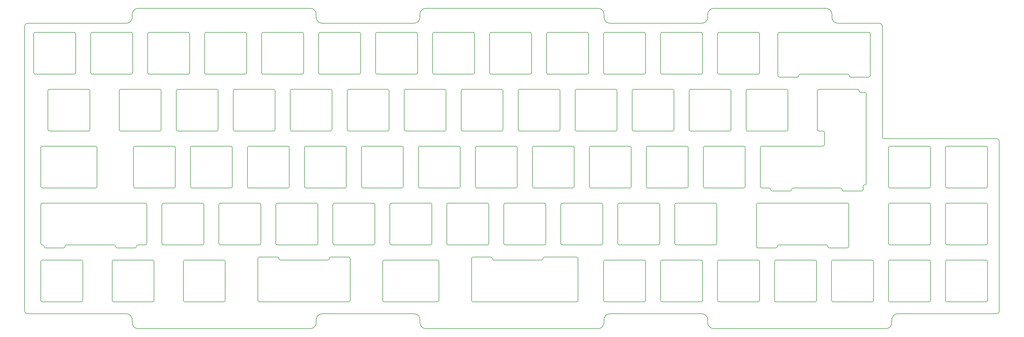
<source format=gbr>
%TF.GenerationSoftware,KiCad,Pcbnew,(6.0.1)*%
%TF.CreationDate,2022-02-11T14:33:09-05:00*%
%TF.ProjectId,GanJing 70 plate,47616e4a-696e-4672-9037-3020706c6174,rev?*%
%TF.SameCoordinates,Original*%
%TF.FileFunction,Profile,NP*%
%FSLAX46Y46*%
G04 Gerber Fmt 4.6, Leading zero omitted, Abs format (unit mm)*
G04 Created by KiCad (PCBNEW (6.0.1)) date 2022-02-11 14:33:09*
%MOMM*%
%LPD*%
G01*
G04 APERTURE LIST*
%TA.AperFunction,Profile*%
%ADD10C,0.200000*%
%TD*%
G04 APERTURE END LIST*
D10*
X149400001Y-109925001D02*
X180100001Y-109925001D01*
X234418751Y-203150001D02*
G75*
G03*
X234918751Y-202650001I-1J500001D01*
G01*
X294568251Y-170600001D02*
X294568251Y-184600001D01*
X55856251Y-170100001D02*
G75*
G03*
X55356251Y-170600001I1J-500001D01*
G01*
X319800001Y-106925001D02*
G75*
G03*
X317800001Y-104925001I-1999999J1D01*
G01*
X325588001Y-127450001D02*
G75*
G03*
X326088001Y-127950001I500001J1D01*
G01*
X323706751Y-166050001D02*
X329706751Y-166050001D01*
X224425001Y-126450001D02*
G75*
G03*
X224925001Y-126950001I500001J1D01*
G01*
X302068301Y-184100001D02*
G75*
G03*
X301568301Y-184600001I1J-500001D01*
G01*
X333175001Y-203150001D02*
G75*
G03*
X333675001Y-202650001I-1J500001D01*
G01*
X199818251Y-203150001D02*
X234418751Y-203150001D01*
X339225001Y-203150001D02*
X352225001Y-203150001D01*
X296362501Y-165050001D02*
X298830751Y-165050001D01*
X280300001Y-104925001D02*
X317800001Y-104925001D01*
X101100001Y-132000001D02*
G75*
G03*
X100600001Y-132500001I1J-500001D01*
G01*
X220162501Y-165050001D02*
X233162501Y-165050001D01*
X305100001Y-132500001D02*
G75*
G03*
X304600001Y-132000001I-500001J-1D01*
G01*
X205087501Y-183600001D02*
X205087501Y-170600001D01*
X272050001Y-145500001D02*
G75*
G03*
X272550001Y-146000001I500001J1D01*
G01*
X120150001Y-132000001D02*
G75*
G03*
X119650001Y-132500001I1J-500001D01*
G01*
X323206751Y-165550001D02*
G75*
G03*
X322706751Y-165050001I-500001J-1D01*
G01*
X55856251Y-189150001D02*
G75*
G03*
X55356251Y-189650001I1J-500001D01*
G01*
X301712001Y-113450001D02*
X301712001Y-127450001D01*
X73618751Y-165050001D02*
G75*
G03*
X74118751Y-164550001I-1J500001D01*
G01*
X133937501Y-183600001D02*
G75*
G03*
X134437501Y-184100001I500001J1D01*
G01*
X219662501Y-151550001D02*
X219662501Y-164550001D01*
X253000001Y-145500001D02*
G75*
G03*
X253500001Y-146000001I500001J1D01*
G01*
X95837501Y-170600001D02*
X95837501Y-183600001D01*
X371775001Y-183600001D02*
X371775001Y-170600001D01*
X148725001Y-112950001D02*
G75*
G03*
X148225001Y-113450001I1J-500001D01*
G01*
X233162501Y-151050001D02*
X220162501Y-151050001D01*
X228900001Y-132500001D02*
G75*
G03*
X228400001Y-132000001I-500001J-1D01*
G01*
X104575001Y-126950001D02*
G75*
G03*
X105075001Y-126450001I-1J500001D01*
G01*
X49950001Y-206125001D02*
G75*
G03*
X50950001Y-207125001I999999J-1D01*
G01*
X301125001Y-203150001D02*
X314125001Y-203150001D01*
X169656251Y-202650001D02*
G75*
G03*
X170156251Y-203150001I500001J1D01*
G01*
X110125001Y-113450001D02*
X110125001Y-126450001D01*
X276525001Y-189650001D02*
G75*
G03*
X276025001Y-189150001I-500001J-1D01*
G01*
X166487501Y-170100001D02*
X153487501Y-170100001D01*
X101100001Y-146000001D02*
X114100001Y-146000001D01*
X87900001Y-104925001D02*
G75*
G03*
X85900001Y-106925001I-1J-1999999D01*
G01*
X281575001Y-189650001D02*
X281575001Y-202650001D01*
X172537501Y-184100001D02*
X185537501Y-184100001D01*
X85900001Y-209125001D02*
X85900001Y-210125001D01*
X263025001Y-189150001D02*
G75*
G03*
X262525001Y-189650001I1J-500001D01*
G01*
X262237501Y-183600001D02*
X262237501Y-170600001D01*
X95550001Y-145500001D02*
X95550001Y-132500001D01*
X119650001Y-132500001D02*
X119650001Y-145500001D01*
X69356251Y-202650001D02*
X69356251Y-189650001D01*
X162225001Y-126450001D02*
X162225001Y-113450001D01*
X93168751Y-189650001D02*
G75*
G03*
X92668751Y-189150001I-500001J-1D01*
G01*
X223637501Y-184100001D02*
G75*
G03*
X224137501Y-183600001I-1J500001D01*
G01*
X116981251Y-189650001D02*
G75*
G03*
X116481251Y-189150001I-500001J-1D01*
G01*
X253000001Y-132500001D02*
X253000001Y-145500001D01*
X87900001Y-104925001D02*
X145400001Y-104925001D01*
X128380751Y-203150001D02*
X158256751Y-203150001D01*
X124912501Y-165050001D02*
X137912501Y-165050001D01*
X156962501Y-165050001D02*
G75*
G03*
X157462501Y-164550001I-1J500001D01*
G01*
X166487501Y-184100001D02*
G75*
G03*
X166987501Y-183600001I-1J500001D01*
G01*
X148225001Y-126450001D02*
G75*
G03*
X148725001Y-126950001I500001J1D01*
G01*
X290312501Y-165050001D02*
G75*
G03*
X290812501Y-164550001I-1J500001D01*
G01*
X248737501Y-170100001D02*
G75*
G03*
X248237501Y-170600001I1J-500001D01*
G01*
X186825001Y-112950001D02*
G75*
G03*
X186325001Y-113450001I1J-500001D01*
G01*
X306830751Y-165050001D02*
G75*
G03*
X306330751Y-165550001I1J-500001D01*
G01*
X137912501Y-151050001D02*
X124912501Y-151050001D01*
X114100001Y-146000001D02*
G75*
G03*
X114600001Y-145500001I-1J500001D01*
G01*
X134918751Y-188650001D02*
G75*
G03*
X134418751Y-188150001I-500001J-1D01*
G01*
X210637501Y-184100001D02*
X223637501Y-184100001D01*
X152200001Y-132000001D02*
X139200001Y-132000001D01*
X332088001Y-112950001D02*
X302212001Y-112950001D01*
X285550001Y-132000001D02*
X272550001Y-132000001D01*
X195062501Y-165050001D02*
G75*
G03*
X195562501Y-164550001I-1J500001D01*
G01*
X129675001Y-126950001D02*
X142675001Y-126950001D01*
X238425001Y-113450001D02*
G75*
G03*
X237925001Y-112950001I-500001J-1D01*
G01*
X252212501Y-151050001D02*
X239212501Y-151050001D01*
X109837501Y-183600001D02*
X109837501Y-170600001D01*
X71737501Y-132500001D02*
G75*
G03*
X71237501Y-132000001I-500001J-1D01*
G01*
X218875001Y-126950001D02*
G75*
G03*
X219375001Y-126450001I-1J500001D01*
G01*
X143175001Y-113450001D02*
G75*
G03*
X142675001Y-112950001I-500001J-1D01*
G01*
X55356251Y-202650001D02*
G75*
G03*
X55856251Y-203150001I500001J1D01*
G01*
X338725001Y-151550001D02*
X338725001Y-164550001D01*
X138412501Y-164550001D02*
X138412501Y-151550001D01*
X86312501Y-164550001D02*
G75*
G03*
X86812501Y-165050001I500001J1D01*
G01*
X143462501Y-151550001D02*
X143462501Y-164550001D01*
X167775001Y-126950001D02*
X180775001Y-126950001D01*
X105362501Y-164550001D02*
G75*
G03*
X105862501Y-165050001I500001J1D01*
G01*
X352225001Y-165050001D02*
G75*
G03*
X352725001Y-164550001I-1J500001D01*
G01*
X243187501Y-170600001D02*
G75*
G03*
X242687501Y-170100001I-500001J-1D01*
G01*
X280787501Y-170100001D02*
X267787501Y-170100001D01*
X209850001Y-132500001D02*
G75*
G03*
X209350001Y-132000001I-500001J-1D01*
G01*
X85525001Y-126950001D02*
G75*
G03*
X86025001Y-126450001I-1J500001D01*
G01*
X133150001Y-132000001D02*
X120150001Y-132000001D01*
X172537501Y-170100001D02*
G75*
G03*
X172037501Y-170600001I1J-500001D01*
G01*
X191587501Y-184100001D02*
X204587501Y-184100001D01*
X247950001Y-132500001D02*
G75*
G03*
X247450001Y-132000001I-500001J-1D01*
G01*
X352225001Y-184100001D02*
G75*
G03*
X352725001Y-183600001I-1J500001D01*
G01*
X103481251Y-203150001D02*
X116481251Y-203150001D01*
X55356251Y-170600001D02*
X55356251Y-183600001D01*
X128380751Y-188150001D02*
G75*
G03*
X127880751Y-188650001I1J-500001D01*
G01*
X267000001Y-145500001D02*
X267000001Y-132500001D01*
X105862501Y-151050001D02*
G75*
G03*
X105362501Y-151550001I1J-500001D01*
G01*
X162512501Y-151550001D02*
X162512501Y-164550001D01*
X271262501Y-165050001D02*
G75*
G03*
X271762501Y-164550001I-1J500001D01*
G01*
X86025001Y-126450001D02*
X86025001Y-113450001D01*
X332588001Y-113450001D02*
G75*
G03*
X332088001Y-112950001I-500001J-1D01*
G01*
X304600001Y-132000001D02*
X291600001Y-132000001D01*
X301068251Y-185100001D02*
G75*
G03*
X301568251Y-184600001I-1J500001D01*
G01*
X205375001Y-126450001D02*
G75*
G03*
X205875001Y-126950001I500001J1D01*
G01*
X371275001Y-203150001D02*
G75*
G03*
X371775001Y-202650001I-1J500001D01*
G01*
X50950001Y-109925001D02*
G75*
G03*
X49950001Y-110925001I-1J-999999D01*
G01*
X147400001Y-106925001D02*
G75*
G03*
X145400001Y-104925001I-1999999J1D01*
G01*
X129175001Y-126450001D02*
G75*
G03*
X129675001Y-126950001I500001J1D01*
G01*
X243475001Y-113450001D02*
X243475001Y-126450001D01*
X167275001Y-113450001D02*
X167275001Y-126450001D01*
X243187501Y-183600001D02*
X243187501Y-170600001D01*
X85525001Y-112950001D02*
X72525001Y-112950001D01*
X333675001Y-189650001D02*
G75*
G03*
X333175001Y-189150001I-500001J-1D01*
G01*
X158756751Y-188650001D02*
G75*
G03*
X158256751Y-188150001I-500001J-1D01*
G01*
X133937501Y-170600001D02*
X133937501Y-183600001D01*
X291100001Y-132500001D02*
X291100001Y-145500001D01*
X338725001Y-183600001D02*
G75*
G03*
X339225001Y-184100001I500001J1D01*
G01*
X205375001Y-113450001D02*
X205375001Y-126450001D01*
X55856251Y-151050001D02*
X73618751Y-151050001D01*
X190300001Y-146000001D02*
G75*
G03*
X190800001Y-145500001I-1J500001D01*
G01*
X147400001Y-106925001D02*
X147400001Y-107925001D01*
X330706751Y-163963001D02*
G75*
G03*
X330206751Y-164463001I1J-500001D01*
G01*
X134437501Y-184100001D02*
X147437501Y-184100001D01*
X182100001Y-209125001D02*
G75*
G03*
X180100001Y-207125001I-1999999J1D01*
G01*
X105362501Y-151550001D02*
X105362501Y-164550001D01*
X243975001Y-203150001D02*
X256975001Y-203150001D01*
X295862501Y-151550001D02*
X295862501Y-164550001D01*
X352725001Y-189650001D02*
G75*
G03*
X352225001Y-189150001I-500001J-1D01*
G01*
X252212501Y-165050001D02*
G75*
G03*
X252712501Y-164550001I-1J500001D01*
G01*
X104575001Y-112950001D02*
X91575001Y-112950001D01*
X276525001Y-126450001D02*
X276525001Y-113450001D01*
X114600001Y-145500001D02*
X114600001Y-132500001D01*
X218875001Y-112950001D02*
X205875001Y-112950001D01*
X53475001Y-126950001D02*
X66475001Y-126950001D01*
X204587501Y-170100001D02*
X191587501Y-170100001D01*
X85900001Y-210125001D02*
G75*
G03*
X87900001Y-212125001I1999999J-1D01*
G01*
X214900001Y-132500001D02*
X214900001Y-145500001D01*
X87819251Y-184100001D02*
G75*
G03*
X87319251Y-184600001I1J-500001D01*
G01*
X282075001Y-112950001D02*
G75*
G03*
X281575001Y-113450001I1J-500001D01*
G01*
X176512501Y-164550001D02*
X176512501Y-151550001D01*
X86812501Y-165050001D02*
X99812501Y-165050001D01*
X243475001Y-202650001D02*
G75*
G03*
X243975001Y-203150001I500001J1D01*
G01*
X338725001Y-202650001D02*
G75*
G03*
X339225001Y-203150001I500001J1D01*
G01*
X331293751Y-133587001D02*
G75*
G03*
X330793751Y-133087001I-500001J-1D01*
G01*
X199318251Y-202650001D02*
G75*
G03*
X199818251Y-203150001I500001J1D01*
G01*
X158250001Y-146000001D02*
X171250001Y-146000001D01*
X352225001Y-189150001D02*
X339225001Y-189150001D01*
X110625001Y-126950001D02*
X123625001Y-126950001D01*
X116481251Y-203150001D02*
G75*
G03*
X116981251Y-202650001I-1J500001D01*
G01*
X188418751Y-189650001D02*
G75*
G03*
X187918751Y-189150001I-500001J-1D01*
G01*
X147437501Y-184100001D02*
G75*
G03*
X147937501Y-183600001I-1J500001D01*
G01*
X241600001Y-212125001D02*
G75*
G03*
X243600001Y-210125001I1J1999999D01*
G01*
X83900001Y-109925001D02*
G75*
G03*
X85900001Y-107925001I1J1999999D01*
G01*
X181275001Y-113450001D02*
G75*
G03*
X180775001Y-112950001I-500001J-1D01*
G01*
X80319251Y-184600001D02*
G75*
G03*
X79819251Y-184100001I-500001J-1D01*
G01*
X137912501Y-165050001D02*
G75*
G03*
X138412501Y-164550001I-1J500001D01*
G01*
X248237501Y-170600001D02*
X248237501Y-183600001D01*
X224925001Y-126950001D02*
X237925001Y-126950001D01*
X180775001Y-126950001D02*
G75*
G03*
X181275001Y-126450001I-1J500001D01*
G01*
X295575001Y-189650001D02*
G75*
G03*
X295075001Y-189150001I-500001J-1D01*
G01*
X325444251Y-170600001D02*
G75*
G03*
X324944251Y-170100001I-500001J-1D01*
G01*
X280300001Y-104925001D02*
G75*
G03*
X278300001Y-106925001I-1J-1999999D01*
G01*
X228400001Y-146000001D02*
G75*
G03*
X228900001Y-145500001I-1J500001D01*
G01*
X200325001Y-126450001D02*
X200325001Y-113450001D01*
X315412501Y-132000001D02*
G75*
G03*
X314912501Y-132500001I1J-500001D01*
G01*
X219375001Y-126450001D02*
X219375001Y-113450001D01*
X281575001Y-126450001D02*
G75*
G03*
X282075001Y-126950001I500001J1D01*
G01*
X316793801Y-151050001D02*
G75*
G03*
X317293801Y-150550001I-1J500001D01*
G01*
X124125001Y-126450001D02*
X124125001Y-113450001D01*
X133650001Y-132500001D02*
G75*
G03*
X133150001Y-132000001I-500001J-1D01*
G01*
X210137501Y-170600001D02*
X210137501Y-183600001D01*
X184100001Y-212125001D02*
X241600001Y-212125001D01*
X229187501Y-170600001D02*
X229187501Y-183600001D01*
X271762501Y-151550001D02*
G75*
G03*
X271262501Y-151050001I-500001J-1D01*
G01*
X81550001Y-145500001D02*
G75*
G03*
X82050001Y-146000001I500001J1D01*
G01*
X294568251Y-184600001D02*
G75*
G03*
X295068251Y-185100001I500001J1D01*
G01*
X243600001Y-107925001D02*
G75*
G03*
X245600001Y-109925001I1999999J-1D01*
G01*
X295075001Y-203150001D02*
G75*
G03*
X295575001Y-202650001I-1J500001D01*
G01*
X324944251Y-170100001D02*
X295068251Y-170100001D01*
X257475001Y-126450001D02*
X257475001Y-113450001D01*
X295075001Y-112950001D02*
X282075001Y-112950001D01*
X374750001Y-148525001D02*
X337150001Y-148525001D01*
X138700001Y-132500001D02*
X138700001Y-145500001D01*
X110125001Y-126450001D02*
G75*
G03*
X110625001Y-126950001I500001J1D01*
G01*
X124412501Y-151550001D02*
X124412501Y-164550001D01*
X295862501Y-164550001D02*
G75*
G03*
X296362501Y-165050001I500001J1D01*
G01*
X119650001Y-145500001D02*
G75*
G03*
X120150001Y-146000001I500001J1D01*
G01*
X352725001Y-164550001D02*
X352725001Y-151550001D01*
X228400001Y-132000001D02*
X215400001Y-132000001D01*
X171750001Y-145500001D02*
X171750001Y-132500001D01*
X328912501Y-132587001D02*
X328912501Y-132500001D01*
X151256801Y-189150001D02*
G75*
G03*
X151756801Y-188650001I-1J500001D01*
G01*
X290312501Y-151050001D02*
X277312501Y-151050001D01*
X58237501Y-132000001D02*
G75*
G03*
X57737501Y-132500001I1J-500001D01*
G01*
X291600001Y-132000001D02*
G75*
G03*
X291100001Y-132500001I1J-500001D01*
G01*
X205875001Y-126950001D02*
X218875001Y-126950001D01*
X257762501Y-164550001D02*
G75*
G03*
X258262501Y-165050001I500001J1D01*
G01*
X187918751Y-203150001D02*
G75*
G03*
X188418751Y-202650001I-1J500001D01*
G01*
X317293751Y-146500001D02*
X317293801Y-150550001D01*
X281575001Y-202650001D02*
G75*
G03*
X282075001Y-203150001I500001J1D01*
G01*
X157750001Y-145500001D02*
G75*
G03*
X158250001Y-146000001I500001J1D01*
G01*
X258262501Y-151050001D02*
G75*
G03*
X257762501Y-151550001I1J-500001D01*
G01*
X330793751Y-133087001D02*
X329412501Y-133087001D01*
X210637501Y-170100001D02*
G75*
G03*
X210137501Y-170600001I1J-500001D01*
G01*
X282075001Y-203150001D02*
X295075001Y-203150001D01*
X158256751Y-203150001D02*
G75*
G03*
X158756751Y-202650001I-1J500001D01*
G01*
X339225001Y-170100001D02*
G75*
G03*
X338725001Y-170600001I1J-500001D01*
G01*
X128387501Y-170100001D02*
X115387501Y-170100001D01*
X286050001Y-132500001D02*
G75*
G03*
X285550001Y-132000001I-500001J-1D01*
G01*
X157462501Y-151550001D02*
G75*
G03*
X156962501Y-151050001I-500001J-1D01*
G01*
X55856251Y-151050001D02*
G75*
G03*
X55356251Y-151550001I1J-500001D01*
G01*
X167775001Y-112950001D02*
G75*
G03*
X167275001Y-113450001I1J-500001D01*
G01*
X315412501Y-146000001D02*
X316793751Y-146000001D01*
X147937501Y-170600001D02*
G75*
G03*
X147437501Y-170100001I-500001J-1D01*
G01*
X195562501Y-151550001D02*
G75*
G03*
X195062501Y-151050001I-500001J-1D01*
G01*
X272050001Y-132500001D02*
X272050001Y-145500001D01*
X72025001Y-113450001D02*
X72025001Y-126450001D01*
X224137501Y-183600001D02*
X224137501Y-170600001D01*
X79668751Y-189150001D02*
G75*
G03*
X79168751Y-189650001I1J-500001D01*
G01*
X50950001Y-207125001D02*
X83900001Y-207125001D01*
X201112501Y-151050001D02*
G75*
G03*
X200612501Y-151550001I1J-500001D01*
G01*
X234918751Y-188650001D02*
G75*
G03*
X234418751Y-188150001I-500001J-1D01*
G01*
X358275001Y-203150001D02*
X371275001Y-203150001D01*
X171250001Y-146000001D02*
G75*
G03*
X171750001Y-145500001I-1J500001D01*
G01*
X337800001Y-212125001D02*
G75*
G03*
X339800001Y-210125001I1J1999999D01*
G01*
X243475001Y-126450001D02*
G75*
G03*
X243975001Y-126950001I500001J1D01*
G01*
X256975001Y-112950001D02*
X243975001Y-112950001D01*
X339225001Y-189150001D02*
G75*
G03*
X338725001Y-189650001I1J-500001D01*
G01*
X158250001Y-132000001D02*
G75*
G03*
X157750001Y-132500001I1J-500001D01*
G01*
X166987501Y-183600001D02*
X166987501Y-170600001D01*
X123625001Y-126950001D02*
G75*
G03*
X124125001Y-126450001I-1J500001D01*
G01*
X167275001Y-126450001D02*
G75*
G03*
X167775001Y-126950001I500001J1D01*
G01*
X263025001Y-112950001D02*
G75*
G03*
X262525001Y-113450001I1J-500001D01*
G01*
X105862501Y-165050001D02*
X118862501Y-165050001D01*
X163012501Y-151050001D02*
G75*
G03*
X162512501Y-151550001I1J-500001D01*
G01*
X272550001Y-132000001D02*
G75*
G03*
X272050001Y-132500001I1J-500001D01*
G01*
X253500001Y-132000001D02*
G75*
G03*
X253000001Y-132500001I1J-500001D01*
G01*
X295075001Y-126950001D02*
G75*
G03*
X295575001Y-126450001I-1J500001D01*
G01*
X115387501Y-170100001D02*
G75*
G03*
X114887501Y-170600001I1J-500001D01*
G01*
X96337501Y-184100001D02*
X109337501Y-184100001D01*
X129175001Y-113450001D02*
X129175001Y-126450001D01*
X267287501Y-170600001D02*
X267287501Y-183600001D01*
X100312501Y-164550001D02*
X100312501Y-151550001D01*
X162512501Y-164550001D02*
G75*
G03*
X163012501Y-165050001I500001J1D01*
G01*
X352225001Y-203150001D02*
G75*
G03*
X352725001Y-202650001I-1J500001D01*
G01*
X199818251Y-188150001D02*
G75*
G03*
X199318251Y-188650001I1J-500001D01*
G01*
X243475001Y-189650001D02*
X243475001Y-202650001D01*
X91075001Y-113450001D02*
X91075001Y-126450001D01*
X176012501Y-165050001D02*
G75*
G03*
X176512501Y-164550001I-1J500001D01*
G01*
X258262501Y-165050001D02*
X271262501Y-165050001D01*
X180775001Y-112950001D02*
X167775001Y-112950001D01*
X85900001Y-106925001D02*
X85900001Y-107925001D01*
X233662501Y-151550001D02*
G75*
G03*
X233162501Y-151050001I-500001J-1D01*
G01*
X281287501Y-170600001D02*
G75*
G03*
X280787501Y-170100001I-500001J-1D01*
G01*
X357775001Y-202650001D02*
G75*
G03*
X358275001Y-203150001I500001J1D01*
G01*
X238425001Y-126450001D02*
X238425001Y-113450001D01*
X139200001Y-146000001D02*
X152200001Y-146000001D01*
X223694251Y-188150001D02*
G75*
G03*
X223194251Y-188650001I1J-500001D01*
G01*
X276025001Y-126950001D02*
G75*
G03*
X276525001Y-126450001I-1J500001D01*
G01*
X357775001Y-164550001D02*
G75*
G03*
X358275001Y-165050001I500001J1D01*
G01*
X86312501Y-151550001D02*
X86312501Y-164550001D01*
X105075001Y-126450001D02*
X105075001Y-113450001D01*
X123625001Y-112950001D02*
X110625001Y-112950001D01*
X314125001Y-189150001D02*
X301125001Y-189150001D01*
X374750001Y-207125001D02*
G75*
G03*
X375750001Y-206125001I1J999999D01*
G01*
X320175001Y-189150001D02*
G75*
G03*
X319675001Y-189650001I1J-500001D01*
G01*
X339225001Y-184100001D02*
X352225001Y-184100001D01*
X105075001Y-113450001D02*
G75*
G03*
X104575001Y-112950001I-500001J-1D01*
G01*
X234418751Y-188150001D02*
X223694251Y-188150001D01*
X200325001Y-113450001D02*
G75*
G03*
X199825001Y-112950001I-500001J-1D01*
G01*
X305100001Y-145500001D02*
X305100001Y-132500001D01*
X163012501Y-165050001D02*
X176012501Y-165050001D01*
X308212001Y-127950001D02*
G75*
G03*
X308712001Y-127450001I-1J500001D01*
G01*
X352725001Y-151550001D02*
G75*
G03*
X352225001Y-151050001I-500001J-1D01*
G01*
X162225001Y-113450001D02*
G75*
G03*
X161725001Y-112950001I-500001J-1D01*
G01*
X314625001Y-202650001D02*
X314625001Y-189650001D01*
X301125001Y-189150001D02*
G75*
G03*
X300625001Y-189650001I1J-500001D01*
G01*
X66975001Y-113450001D02*
G75*
G03*
X66475001Y-112950001I-500001J-1D01*
G01*
X333175001Y-189150001D02*
X320175001Y-189150001D01*
X195850001Y-132500001D02*
X195850001Y-145500001D01*
X182100001Y-106925001D02*
X182100001Y-107925001D01*
X332088001Y-127950001D02*
G75*
G03*
X332588001Y-127450001I-1J500001D01*
G01*
X55943251Y-184100001D02*
X55856251Y-184100001D01*
X291100001Y-145500001D02*
G75*
G03*
X291600001Y-146000001I500001J1D01*
G01*
X237925001Y-112950001D02*
X224925001Y-112950001D01*
X210137501Y-183600001D02*
G75*
G03*
X210637501Y-184100001I500001J1D01*
G01*
X302212001Y-112950001D02*
G75*
G03*
X301712001Y-113450001I1J-500001D01*
G01*
X74118751Y-164550001D02*
X74118751Y-151550001D01*
X109337501Y-170100001D02*
X96337501Y-170100001D01*
X247450001Y-132000001D02*
X234450001Y-132000001D01*
X320175001Y-203150001D02*
X333175001Y-203150001D01*
X358275001Y-184100001D02*
X371275001Y-184100001D01*
X219662501Y-164550001D02*
G75*
G03*
X220162501Y-165050001I500001J1D01*
G01*
X276812501Y-164550001D02*
G75*
G03*
X277312501Y-165050001I500001J1D01*
G01*
X79168751Y-189650001D02*
X79168751Y-202650001D01*
X257762501Y-151550001D02*
X257762501Y-164550001D01*
X69356251Y-189650001D02*
G75*
G03*
X68856251Y-189150001I-500001J-1D01*
G01*
X245600001Y-207125001D02*
X276300001Y-207125001D01*
X182100001Y-210125001D02*
G75*
G03*
X184100001Y-212125001I1999999J-1D01*
G01*
X314625001Y-189650001D02*
G75*
G03*
X314125001Y-189150001I-500001J-1D01*
G01*
X172037501Y-183600001D02*
G75*
G03*
X172537501Y-184100001I500001J1D01*
G01*
X247450001Y-146000001D02*
G75*
G03*
X247950001Y-145500001I-1J500001D01*
G01*
X338725001Y-170600001D02*
X338725001Y-183600001D01*
X262525001Y-202650001D02*
G75*
G03*
X263025001Y-203150001I500001J1D01*
G01*
X224925001Y-112950001D02*
G75*
G03*
X224425001Y-113450001I1J-500001D01*
G01*
X318944251Y-185100001D02*
X324944251Y-185100001D01*
X92668751Y-189150001D02*
X79668751Y-189150001D01*
X223637501Y-170100001D02*
X210637501Y-170100001D01*
X276025001Y-203150001D02*
G75*
G03*
X276525001Y-202650001I-1J500001D01*
G01*
X205875001Y-112950001D02*
G75*
G03*
X205375001Y-113450001I1J-500001D01*
G01*
X127880751Y-202650001D02*
G75*
G03*
X128380751Y-203150001I500001J1D01*
G01*
X124412501Y-164550001D02*
G75*
G03*
X124912501Y-165050001I500001J1D01*
G01*
X196350001Y-132000001D02*
G75*
G03*
X195850001Y-132500001I1J-500001D01*
G01*
X103481251Y-189150001D02*
G75*
G03*
X102981251Y-189650001I1J-500001D01*
G01*
X188418751Y-202650001D02*
X188418751Y-189650001D01*
X245600001Y-207125001D02*
G75*
G03*
X243600001Y-209125001I-1J-1999999D01*
G01*
X245600001Y-109925001D02*
X276300001Y-109925001D01*
X375750001Y-149525001D02*
G75*
G03*
X374750001Y-148525001I-999999J1D01*
G01*
X229687501Y-170100001D02*
G75*
G03*
X229187501Y-170600001I1J-500001D01*
G01*
X242687501Y-184100001D02*
G75*
G03*
X243187501Y-183600001I-1J500001D01*
G01*
X161725001Y-112950001D02*
X148725001Y-112950001D01*
X148225001Y-113450001D02*
X148225001Y-126450001D01*
X110625001Y-112950001D02*
G75*
G03*
X110125001Y-113450001I1J-500001D01*
G01*
X209350001Y-132000001D02*
X196350001Y-132000001D01*
X181275001Y-126450001D02*
X181275001Y-113450001D01*
X204587501Y-184100001D02*
G75*
G03*
X205087501Y-183600001I-1J500001D01*
G01*
X152700001Y-145500001D02*
X152700001Y-132500001D01*
X71737501Y-145500001D02*
X71737501Y-132500001D01*
X263025001Y-126950001D02*
X276025001Y-126950001D01*
X374750001Y-207125001D02*
X341800001Y-207125001D01*
X138700001Y-145500001D02*
G75*
G03*
X139200001Y-146000001I500001J1D01*
G01*
X118862501Y-165050001D02*
G75*
G03*
X119362501Y-164550001I-1J500001D01*
G01*
X153487501Y-170100001D02*
G75*
G03*
X152987501Y-170600001I1J-500001D01*
G01*
X371775001Y-189650001D02*
G75*
G03*
X371275001Y-189150001I-500001J-1D01*
G01*
X326088001Y-127950001D02*
X332088001Y-127950001D01*
X124125001Y-113450001D02*
G75*
G03*
X123625001Y-112950001I-500001J-1D01*
G01*
X166987501Y-170600001D02*
G75*
G03*
X166487501Y-170100001I-500001J-1D01*
G01*
X152700001Y-132500001D02*
G75*
G03*
X152200001Y-132000001I-500001J-1D01*
G01*
X276300001Y-109925001D02*
G75*
G03*
X278300001Y-107925001I1J1999999D01*
G01*
X114100001Y-132000001D02*
X101100001Y-132000001D01*
X55356251Y-183600001D02*
G75*
G03*
X55856251Y-184100001I500001J1D01*
G01*
X330706751Y-163963001D02*
X330793751Y-163963001D01*
X214900001Y-145500001D02*
G75*
G03*
X215400001Y-146000001I500001J1D01*
G01*
X200612501Y-151550001D02*
X200612501Y-164550001D01*
X281575001Y-113450001D02*
X281575001Y-126450001D01*
X295575001Y-126450001D02*
X295575001Y-113450001D01*
X96337501Y-170100001D02*
G75*
G03*
X95837501Y-170600001I1J-500001D01*
G01*
X278300001Y-209125001D02*
G75*
G03*
X276300001Y-207125001I-1999999J1D01*
G01*
X219375001Y-113450001D02*
G75*
G03*
X218875001Y-112950001I-500001J-1D01*
G01*
X182062501Y-165050001D02*
X195062501Y-165050001D01*
X239212501Y-151050001D02*
G75*
G03*
X238712501Y-151550001I1J-500001D01*
G01*
X371275001Y-170100001D02*
X358275001Y-170100001D01*
X66475001Y-126950001D02*
G75*
G03*
X66975001Y-126450001I-1J500001D01*
G01*
X224425001Y-113450001D02*
X224425001Y-126450001D01*
X152987501Y-183600001D02*
G75*
G03*
X153487501Y-184100001I500001J1D01*
G01*
X352225001Y-151050001D02*
X339225001Y-151050001D01*
X182100001Y-209125001D02*
X182100001Y-210125001D01*
X149400001Y-207125001D02*
X180100001Y-207125001D01*
X319675001Y-202650001D02*
G75*
G03*
X320175001Y-203150001I500001J1D01*
G01*
X56443251Y-184600001D02*
G75*
G03*
X56943251Y-185100001I500001J1D01*
G01*
X309212001Y-126950001D02*
G75*
G03*
X308712001Y-127450001I1J-500001D01*
G01*
X214112501Y-165050001D02*
G75*
G03*
X214612501Y-164550001I-1J500001D01*
G01*
X305830751Y-166050001D02*
G75*
G03*
X306330751Y-165550001I-1J500001D01*
G01*
X156962501Y-151050001D02*
X143962501Y-151050001D01*
X66975001Y-126450001D02*
X66975001Y-113450001D01*
X328412501Y-132000001D02*
X315412501Y-132000001D01*
X187918751Y-203150001D02*
X170156251Y-203150001D01*
X290812501Y-151550001D02*
G75*
G03*
X290312501Y-151050001I-500001J-1D01*
G01*
X79819251Y-184100001D02*
X63943251Y-184100001D01*
X318444301Y-184600001D02*
G75*
G03*
X317944301Y-184100001I-500001J-1D01*
G01*
X267787501Y-184100001D02*
X280787501Y-184100001D01*
X176512501Y-151550001D02*
G75*
G03*
X176012501Y-151050001I-500001J-1D01*
G01*
X262237501Y-170600001D02*
G75*
G03*
X261737501Y-170100001I-500001J-1D01*
G01*
X323206751Y-165550001D02*
G75*
G03*
X323706751Y-166050001I500001J1D01*
G01*
X91575001Y-112950001D02*
G75*
G03*
X91075001Y-113450001I1J-500001D01*
G01*
X239212501Y-165050001D02*
X252212501Y-165050001D01*
X234450001Y-132000001D02*
G75*
G03*
X233950001Y-132500001I1J-500001D01*
G01*
X238712501Y-151550001D02*
X238712501Y-164550001D01*
X161725001Y-126950001D02*
G75*
G03*
X162225001Y-126450001I-1J500001D01*
G01*
X358275001Y-170100001D02*
G75*
G03*
X357775001Y-170600001I1J-500001D01*
G01*
X234918751Y-188650001D02*
X234918751Y-202650001D01*
X257475001Y-202650001D02*
X257475001Y-189650001D01*
X371275001Y-165050001D02*
G75*
G03*
X371775001Y-164550001I-1J500001D01*
G01*
X176800001Y-145500001D02*
G75*
G03*
X177300001Y-146000001I500001J1D01*
G01*
X133150001Y-146000001D02*
G75*
G03*
X133650001Y-145500001I-1J500001D01*
G01*
X214612501Y-151550001D02*
G75*
G03*
X214112501Y-151050001I-500001J-1D01*
G01*
X299830751Y-166050001D02*
X305830751Y-166050001D01*
X55856251Y-170100001D02*
X90287501Y-170100001D01*
X55356251Y-189650001D02*
X55356251Y-202650001D01*
X81550001Y-132500001D02*
X81550001Y-145500001D01*
X109337501Y-184100001D02*
G75*
G03*
X109837501Y-183600001I-1J500001D01*
G01*
X233162501Y-165050001D02*
G75*
G03*
X233662501Y-164550001I-1J500001D01*
G01*
X299330751Y-165550001D02*
G75*
G03*
X298830751Y-165050001I-500001J-1D01*
G01*
X256975001Y-126950001D02*
G75*
G03*
X257475001Y-126450001I-1J500001D01*
G01*
X109837501Y-170600001D02*
G75*
G03*
X109337501Y-170100001I-500001J-1D01*
G01*
X95550001Y-132500001D02*
G75*
G03*
X95050001Y-132000001I-500001J-1D01*
G01*
X325588001Y-127450001D02*
G75*
G03*
X325088001Y-126950001I-500001J-1D01*
G01*
X124912501Y-151050001D02*
G75*
G03*
X124412501Y-151550001I1J-500001D01*
G01*
X220162501Y-151050001D02*
G75*
G03*
X219662501Y-151550001I1J-500001D01*
G01*
X184100001Y-104925001D02*
G75*
G03*
X182100001Y-106925001I-1J-1999999D01*
G01*
X267287501Y-183600001D02*
G75*
G03*
X267787501Y-184100001I500001J1D01*
G01*
X243600001Y-106925001D02*
G75*
G03*
X241600001Y-104925001I-1999999J1D01*
G01*
X248237501Y-183600001D02*
G75*
G03*
X248737501Y-184100001I500001J1D01*
G01*
X177300001Y-132000001D02*
G75*
G03*
X176800001Y-132500001I1J-500001D01*
G01*
X238712501Y-164550001D02*
G75*
G03*
X239212501Y-165050001I500001J1D01*
G01*
X262525001Y-113450001D02*
X262525001Y-126450001D01*
X184100001Y-104925001D02*
X241600001Y-104925001D01*
X138412501Y-151550001D02*
G75*
G03*
X137912501Y-151050001I-500001J-1D01*
G01*
X242687501Y-170100001D02*
X229687501Y-170100001D01*
X261737501Y-170100001D02*
X248737501Y-170100001D01*
X114887501Y-170600001D02*
X114887501Y-183600001D01*
X278300001Y-106925001D02*
X278300001Y-107925001D01*
X206318301Y-188650001D02*
G75*
G03*
X206818301Y-189150001I500001J1D01*
G01*
X118862501Y-151050001D02*
X105862501Y-151050001D01*
X62943251Y-185100001D02*
G75*
G03*
X63443251Y-184600001I-1J500001D01*
G01*
X152200001Y-146000001D02*
G75*
G03*
X152700001Y-145500001I-1J500001D01*
G01*
X252712501Y-151550001D02*
G75*
G03*
X252212501Y-151050001I-500001J-1D01*
G01*
X181562501Y-151550001D02*
X181562501Y-164550001D01*
X72025001Y-126450001D02*
G75*
G03*
X72525001Y-126950001I500001J1D01*
G01*
X143462501Y-164550001D02*
G75*
G03*
X143962501Y-165050001I500001J1D01*
G01*
X257475001Y-189650001D02*
G75*
G03*
X256975001Y-189150001I-500001J-1D01*
G01*
X195062501Y-151050001D02*
X182062501Y-151050001D01*
X243600001Y-106925001D02*
X243600001Y-107925001D01*
X186325001Y-126450001D02*
G75*
G03*
X186825001Y-126950001I500001J1D01*
G01*
X314912501Y-145500001D02*
G75*
G03*
X315412501Y-146000001I500001J1D01*
G01*
X57737501Y-132500001D02*
X57737501Y-145500001D01*
X243600001Y-209125001D02*
X243600001Y-210125001D01*
X186037501Y-183600001D02*
X186037501Y-170600001D01*
X317293751Y-146500001D02*
G75*
G03*
X316793751Y-146000001I-500001J-1D01*
G01*
X172037501Y-170600001D02*
X172037501Y-183600001D01*
X309212001Y-126950001D02*
X325088001Y-126950001D01*
X304600001Y-146000001D02*
G75*
G03*
X305100001Y-145500001I-1J500001D01*
G01*
X263025001Y-203150001D02*
X276025001Y-203150001D01*
X50950001Y-109925001D02*
X83900001Y-109925001D01*
X331293751Y-163463001D02*
X331293751Y-133587001D01*
X128887501Y-170600001D02*
G75*
G03*
X128387501Y-170100001I-500001J-1D01*
G01*
X86025001Y-113450001D02*
G75*
G03*
X85525001Y-112950001I-500001J-1D01*
G01*
X233662501Y-164550001D02*
X233662501Y-151550001D01*
X234450001Y-146000001D02*
X247450001Y-146000001D01*
X119362501Y-164550001D02*
X119362501Y-151550001D01*
X63943251Y-184100001D02*
G75*
G03*
X63443251Y-184600001I1J-500001D01*
G01*
X185537501Y-184100001D02*
G75*
G03*
X186037501Y-183600001I-1J500001D01*
G01*
X71237501Y-146000001D02*
G75*
G03*
X71737501Y-145500001I-1J500001D01*
G01*
X158756751Y-202650001D02*
X158756751Y-188650001D01*
X186325001Y-113450001D02*
X186325001Y-126450001D01*
X209350001Y-146000001D02*
G75*
G03*
X209850001Y-145500001I-1J500001D01*
G01*
X328912501Y-132587001D02*
G75*
G03*
X329412501Y-133087001I500001J1D01*
G01*
X157462501Y-164550001D02*
X157462501Y-151550001D01*
X296362501Y-151050001D02*
G75*
G03*
X295862501Y-151550001I1J-500001D01*
G01*
X325444251Y-184600001D02*
X325444251Y-170600001D01*
X142675001Y-112950001D02*
X129675001Y-112950001D01*
X170156251Y-189150001D02*
G75*
G03*
X169656251Y-189650001I1J-500001D01*
G01*
X73618751Y-165050001D02*
X55856251Y-165050001D01*
X72525001Y-112950001D02*
G75*
G03*
X72025001Y-113450001I1J-500001D01*
G01*
X247950001Y-145500001D02*
X247950001Y-132500001D01*
X52975001Y-113450001D02*
X52975001Y-126450001D01*
X87900001Y-212125001D02*
X145400001Y-212125001D01*
X352225001Y-170100001D02*
X339225001Y-170100001D01*
X196350001Y-146000001D02*
X209350001Y-146000001D01*
X336650001Y-110925001D02*
X336650001Y-148025001D01*
X190800001Y-132500001D02*
G75*
G03*
X190300001Y-132000001I-500001J-1D01*
G01*
X262525001Y-189650001D02*
X262525001Y-202650001D01*
X222694301Y-189150001D02*
G75*
G03*
X223194301Y-188650001I-1J500001D01*
G01*
X209850001Y-145500001D02*
X209850001Y-132500001D01*
X143962501Y-165050001D02*
X156962501Y-165050001D01*
X128387501Y-184100001D02*
G75*
G03*
X128887501Y-183600001I-1J500001D01*
G01*
X201112501Y-165050001D02*
X214112501Y-165050001D01*
X233950001Y-145500001D02*
G75*
G03*
X234450001Y-146000001I500001J1D01*
G01*
X55356251Y-164550001D02*
G75*
G03*
X55856251Y-165050001I500001J1D01*
G01*
X371275001Y-151050001D02*
X358275001Y-151050001D01*
X357775001Y-189650001D02*
X357775001Y-202650001D01*
X95050001Y-146000001D02*
G75*
G03*
X95550001Y-145500001I-1J500001D01*
G01*
X302068301Y-184100001D02*
X317944301Y-184100001D01*
X139200001Y-132000001D02*
G75*
G03*
X138700001Y-132500001I1J-500001D01*
G01*
X280300001Y-212125001D02*
X337800001Y-212125001D01*
X243975001Y-112950001D02*
G75*
G03*
X243475001Y-113450001I1J-500001D01*
G01*
X200612501Y-164550001D02*
G75*
G03*
X201112501Y-165050001I500001J1D01*
G01*
X116981251Y-202650001D02*
X116981251Y-189650001D01*
X371775001Y-151550001D02*
G75*
G03*
X371275001Y-151050001I-500001J-1D01*
G01*
X195850001Y-145500001D02*
G75*
G03*
X196350001Y-146000001I500001J1D01*
G01*
X55356251Y-151550001D02*
X55356251Y-164550001D01*
X171250001Y-132000001D02*
X158250001Y-132000001D01*
X286050001Y-145500001D02*
X286050001Y-132500001D01*
X148725001Y-126950001D02*
X161725001Y-126950001D01*
X243975001Y-126950001D02*
X256975001Y-126950001D01*
X82050001Y-146000001D02*
X95050001Y-146000001D01*
X90287501Y-184100001D02*
G75*
G03*
X90787501Y-183600001I-1J500001D01*
G01*
X180100001Y-109925001D02*
G75*
G03*
X182100001Y-107925001I1J1999999D01*
G01*
X186037501Y-170600001D02*
G75*
G03*
X185537501Y-170100001I-500001J-1D01*
G01*
X55856251Y-203150001D02*
X68856251Y-203150001D01*
X281287501Y-183600001D02*
X281287501Y-170600001D01*
X99812501Y-165050001D02*
G75*
G03*
X100312501Y-164550001I-1J500001D01*
G01*
X158256751Y-188150001D02*
X152256751Y-188150001D01*
X339800001Y-209125001D02*
X339800001Y-210125001D01*
X199825001Y-126950001D02*
G75*
G03*
X200325001Y-126450001I-1J500001D01*
G01*
X176800001Y-132500001D02*
X176800001Y-145500001D01*
X314125001Y-203150001D02*
G75*
G03*
X314625001Y-202650001I-1J500001D01*
G01*
X129675001Y-112950001D02*
G75*
G03*
X129175001Y-113450001I1J-500001D01*
G01*
X149400001Y-207125001D02*
G75*
G03*
X147400001Y-209125001I-1J-1999999D01*
G01*
X278300001Y-209125001D02*
X278300001Y-210125001D01*
X333675001Y-202650001D02*
X333675001Y-189650001D01*
X295075001Y-189150001D02*
X282075001Y-189150001D01*
X191087501Y-170600001D02*
X191087501Y-183600001D01*
X191087501Y-183600001D02*
G75*
G03*
X191587501Y-184100001I500001J1D01*
G01*
X80319251Y-184600001D02*
G75*
G03*
X80819251Y-185100001I500001J1D01*
G01*
X328912501Y-132500001D02*
G75*
G03*
X328412501Y-132000001I-500001J-1D01*
G01*
X357775001Y-183600001D02*
G75*
G03*
X358275001Y-184100001I500001J1D01*
G01*
X177300001Y-146000001D02*
X190300001Y-146000001D01*
X339225001Y-165050001D02*
X352225001Y-165050001D01*
X134918801Y-188650001D02*
G75*
G03*
X135418801Y-189150001I500001J1D01*
G01*
X152987501Y-170600001D02*
X152987501Y-183600001D01*
X215400001Y-146000001D02*
X228400001Y-146000001D01*
X371275001Y-184100001D02*
G75*
G03*
X371775001Y-183600001I-1J500001D01*
G01*
X151256801Y-189150001D02*
X135418801Y-189150001D01*
X143175001Y-126450001D02*
X143175001Y-113450001D01*
X86812501Y-151050001D02*
G75*
G03*
X86312501Y-151550001I1J-500001D01*
G01*
X206318251Y-188650001D02*
G75*
G03*
X205818251Y-188150001I-500001J-1D01*
G01*
X314912501Y-132500001D02*
X314912501Y-145500001D01*
X300625001Y-189650001D02*
X300625001Y-202650001D01*
X128887501Y-183600001D02*
X128887501Y-170600001D01*
X49950001Y-206125001D02*
X49950001Y-110925001D01*
X224137501Y-170600001D02*
G75*
G03*
X223637501Y-170100001I-500001J-1D01*
G01*
X92668751Y-203150001D02*
G75*
G03*
X93168751Y-202650001I-1J500001D01*
G01*
X86819251Y-185100001D02*
G75*
G03*
X87319251Y-184600001I-1J500001D01*
G01*
X134418751Y-188150001D02*
X128380751Y-188150001D01*
X102981251Y-202650001D02*
G75*
G03*
X103481251Y-203150001I500001J1D01*
G01*
X318444251Y-184600001D02*
G75*
G03*
X318944251Y-185100001I500001J1D01*
G01*
X276525001Y-113450001D02*
G75*
G03*
X276025001Y-112950001I-500001J-1D01*
G01*
X277312501Y-151050001D02*
G75*
G03*
X276812501Y-151550001I1J-500001D01*
G01*
X147937501Y-183600001D02*
X147937501Y-170600001D01*
X58237501Y-146000001D02*
X71237501Y-146000001D01*
X95050001Y-132000001D02*
X82050001Y-132000001D01*
X99812501Y-151050001D02*
X86812501Y-151050001D01*
X182062501Y-151050001D02*
G75*
G03*
X181562501Y-151550001I1J-500001D01*
G01*
X357775001Y-151550001D02*
X357775001Y-164550001D01*
X134437501Y-170100001D02*
G75*
G03*
X133937501Y-170600001I1J-500001D01*
G01*
X100600001Y-132500001D02*
X100600001Y-145500001D01*
X332588001Y-127450001D02*
X332588001Y-113450001D01*
X237925001Y-126950001D02*
G75*
G03*
X238425001Y-126450001I-1J500001D01*
G01*
X215400001Y-132000001D02*
G75*
G03*
X214900001Y-132500001I1J-500001D01*
G01*
X266500001Y-146000001D02*
G75*
G03*
X267000001Y-145500001I-1J500001D01*
G01*
X205818251Y-188150001D02*
X199818251Y-188150001D01*
X299330751Y-165550001D02*
G75*
G03*
X299830751Y-166050001I500001J1D01*
G01*
X358275001Y-151050001D02*
G75*
G03*
X357775001Y-151550001I1J-500001D01*
G01*
X199825001Y-112950001D02*
X186825001Y-112950001D01*
X339225001Y-151050001D02*
G75*
G03*
X338725001Y-151550001I1J-500001D01*
G01*
X145400001Y-212125001D02*
G75*
G03*
X147400001Y-210125001I1J1999999D01*
G01*
X214612501Y-164550001D02*
X214612501Y-151550001D01*
X170156251Y-189150001D02*
X187918751Y-189150001D01*
X199318251Y-188650001D02*
X199318251Y-202650001D01*
X95837501Y-183600001D02*
G75*
G03*
X96337501Y-184100001I500001J1D01*
G01*
X352725001Y-183600001D02*
X352725001Y-170600001D01*
X324944251Y-185100001D02*
G75*
G03*
X325444251Y-184600001I-1J500001D01*
G01*
X114600001Y-132500001D02*
G75*
G03*
X114100001Y-132000001I-500001J-1D01*
G01*
X127880751Y-202650001D02*
X127880751Y-188650001D01*
X291600001Y-146000001D02*
X304600001Y-146000001D01*
X143962501Y-151050001D02*
G75*
G03*
X143462501Y-151550001I1J-500001D01*
G01*
X271762501Y-164550001D02*
X271762501Y-151550001D01*
X280787501Y-184100001D02*
G75*
G03*
X281287501Y-183600001I-1J500001D01*
G01*
X371775001Y-202650001D02*
X371775001Y-189650001D01*
X290812501Y-164550001D02*
X290812501Y-151550001D01*
X79168751Y-202650001D02*
G75*
G03*
X79668751Y-203150001I500001J1D01*
G01*
X272550001Y-146000001D02*
X285550001Y-146000001D01*
X133650001Y-145500001D02*
X133650001Y-132500001D01*
X338725001Y-189650001D02*
X338725001Y-202650001D01*
X228900001Y-145500001D02*
X228900001Y-132500001D01*
X300625001Y-202650001D02*
G75*
G03*
X301125001Y-203150001I500001J1D01*
G01*
X296362501Y-151050001D02*
X316793801Y-151050001D01*
X257475001Y-113450001D02*
G75*
G03*
X256975001Y-112950001I-500001J-1D01*
G01*
X72525001Y-126950001D02*
X85525001Y-126950001D01*
X82050001Y-132000001D02*
G75*
G03*
X81550001Y-132500001I1J-500001D01*
G01*
X52975001Y-126450001D02*
G75*
G03*
X53475001Y-126950001I500001J1D01*
G01*
X243975001Y-189150001D02*
G75*
G03*
X243475001Y-189650001I1J-500001D01*
G01*
X295575001Y-202650001D02*
X295575001Y-189650001D01*
X214112501Y-151050001D02*
X201112501Y-151050001D01*
X282075001Y-189150001D02*
G75*
G03*
X281575001Y-189650001I1J-500001D01*
G01*
X169656251Y-189650001D02*
X169656251Y-202650001D01*
X115387501Y-184100001D02*
X128387501Y-184100001D01*
X330793751Y-163963001D02*
G75*
G03*
X331293751Y-163463001I-1J500001D01*
G01*
X357775001Y-170600001D02*
X357775001Y-183600001D01*
X233950001Y-132500001D02*
X233950001Y-145500001D01*
X262525001Y-126450001D02*
G75*
G03*
X263025001Y-126950001I500001J1D01*
G01*
X120150001Y-146000001D02*
X133150001Y-146000001D01*
X282075001Y-126950001D02*
X295075001Y-126950001D01*
X295068251Y-170100001D02*
G75*
G03*
X294568251Y-170600001I1J-500001D01*
G01*
X80819251Y-185100001D02*
X86819251Y-185100001D01*
X276812501Y-151550001D02*
X276812501Y-164550001D01*
X371775001Y-164550001D02*
X371775001Y-151550001D01*
X266500001Y-132000001D02*
X253500001Y-132000001D01*
X252712501Y-164550001D02*
X252712501Y-151550001D01*
X176012501Y-151050001D02*
X163012501Y-151050001D01*
X186825001Y-126950001D02*
X199825001Y-126950001D01*
X119362501Y-151550001D02*
G75*
G03*
X118862501Y-151050001I-500001J-1D01*
G01*
X267787501Y-170100001D02*
G75*
G03*
X267287501Y-170600001I1J-500001D01*
G01*
X229187501Y-183600001D02*
G75*
G03*
X229687501Y-184100001I500001J1D01*
G01*
X87819251Y-184100001D02*
X90287501Y-184100001D01*
X321800001Y-109925001D02*
X335650001Y-109925001D01*
X276025001Y-112950001D02*
X263025001Y-112950001D01*
X205087501Y-170600001D02*
G75*
G03*
X204587501Y-170100001I-500001J-1D01*
G01*
X53475001Y-112950001D02*
G75*
G03*
X52975001Y-113450001I1J-500001D01*
G01*
X371275001Y-189150001D02*
X358275001Y-189150001D01*
X278300001Y-210125001D02*
G75*
G03*
X280300001Y-212125001I1999999J-1D01*
G01*
X147400001Y-209125001D02*
X147400001Y-210125001D01*
X336650001Y-110925001D02*
G75*
G03*
X335650001Y-109925001I-999999J1D01*
G01*
X79668751Y-203150001D02*
X92668751Y-203150001D01*
X261737501Y-184100001D02*
G75*
G03*
X262237501Y-183600001I-1J500001D01*
G01*
X229687501Y-184100001D02*
X242687501Y-184100001D01*
X253500001Y-146000001D02*
X266500001Y-146000001D01*
X352725001Y-170600001D02*
G75*
G03*
X352225001Y-170100001I-500001J-1D01*
G01*
X157750001Y-132500001D02*
X157750001Y-145500001D01*
X56943251Y-185100001D02*
X62943251Y-185100001D01*
X181562501Y-164550001D02*
G75*
G03*
X182062501Y-165050001I500001J1D01*
G01*
X57737501Y-145500001D02*
G75*
G03*
X58237501Y-146000001I500001J1D01*
G01*
X341800001Y-207125001D02*
G75*
G03*
X339800001Y-209125001I-1J-1999999D01*
G01*
X371775001Y-170600001D02*
G75*
G03*
X371275001Y-170100001I-500001J-1D01*
G01*
X338725001Y-164550001D02*
G75*
G03*
X339225001Y-165050001I500001J1D01*
G01*
X329706751Y-166050001D02*
G75*
G03*
X330206751Y-165550001I-1J500001D01*
G01*
X114887501Y-183600001D02*
G75*
G03*
X115387501Y-184100001I500001J1D01*
G01*
X358275001Y-165050001D02*
X371275001Y-165050001D01*
X68856251Y-203150001D02*
G75*
G03*
X69356251Y-202650001I-1J500001D01*
G01*
X116481251Y-189150001D02*
X103481251Y-189150001D01*
X74118751Y-151550001D02*
G75*
G03*
X73618751Y-151050001I-500001J-1D01*
G01*
X102981251Y-189650001D02*
X102981251Y-202650001D01*
X91575001Y-126950001D02*
X104575001Y-126950001D01*
X85900001Y-209125001D02*
G75*
G03*
X83900001Y-207125001I-1999999J1D01*
G01*
X190800001Y-145500001D02*
X190800001Y-132500001D01*
X319800001Y-106925001D02*
X319800001Y-107925001D01*
X276525001Y-202650001D02*
X276525001Y-189650001D01*
X147437501Y-170100001D02*
X134437501Y-170100001D01*
X100312501Y-151550001D02*
G75*
G03*
X99812501Y-151050001I-500001J-1D01*
G01*
X295068251Y-185100001D02*
X301068251Y-185100001D01*
X336650001Y-148025001D02*
G75*
G03*
X337150001Y-148525001I500001J1D01*
G01*
X256975001Y-189150001D02*
X243975001Y-189150001D01*
X375750001Y-149525001D02*
X375750001Y-206125001D01*
X191587501Y-170100001D02*
G75*
G03*
X191087501Y-170600001I1J-500001D01*
G01*
X277312501Y-165050001D02*
X290312501Y-165050001D01*
X91075001Y-126450001D02*
G75*
G03*
X91575001Y-126950001I500001J1D01*
G01*
X248737501Y-184100001D02*
X261737501Y-184100001D01*
X271262501Y-151050001D02*
X258262501Y-151050001D01*
X190300001Y-132000001D02*
X177300001Y-132000001D01*
X100600001Y-145500001D02*
G75*
G03*
X101100001Y-146000001I500001J1D01*
G01*
X256975001Y-203150001D02*
G75*
G03*
X257475001Y-202650001I-1J500001D01*
G01*
X90787501Y-170600001D02*
G75*
G03*
X90287501Y-170100001I-500001J-1D01*
G01*
X147400001Y-107925001D02*
G75*
G03*
X149400001Y-109925001I1999999J-1D01*
G01*
X153487501Y-184100001D02*
X166487501Y-184100001D01*
X90787501Y-183600001D02*
X90787501Y-170600001D01*
X276025001Y-189150001D02*
X263025001Y-189150001D01*
X352725001Y-202650001D02*
X352725001Y-189650001D01*
X66475001Y-112950001D02*
X53475001Y-112950001D01*
X285550001Y-146000001D02*
G75*
G03*
X286050001Y-145500001I-1J500001D01*
G01*
X93168751Y-202650001D02*
X93168751Y-189650001D01*
X195562501Y-164550001D02*
X195562501Y-151550001D01*
X185537501Y-170100001D02*
X172537501Y-170100001D01*
X301712001Y-127450001D02*
G75*
G03*
X302212001Y-127950001I500001J1D01*
G01*
X319800001Y-107925001D02*
G75*
G03*
X321800001Y-109925001I1999999J-1D01*
G01*
X295575001Y-113450001D02*
G75*
G03*
X295075001Y-112950001I-500001J-1D01*
G01*
X222694301Y-189150001D02*
X206818301Y-189150001D01*
X358275001Y-189150001D02*
G75*
G03*
X357775001Y-189650001I1J-500001D01*
G01*
X267000001Y-132500001D02*
G75*
G03*
X266500001Y-132000001I-500001J-1D01*
G01*
X319675001Y-189650001D02*
X319675001Y-202650001D01*
X68856251Y-189150001D02*
X55856251Y-189150001D01*
X56443251Y-184600001D02*
G75*
G03*
X55943251Y-184100001I-500001J-1D01*
G01*
X171750001Y-132500001D02*
G75*
G03*
X171250001Y-132000001I-500001J-1D01*
G01*
X322706751Y-165050001D02*
X306830751Y-165050001D01*
X71237501Y-132000001D02*
X58237501Y-132000001D01*
X142675001Y-126950001D02*
G75*
G03*
X143175001Y-126450001I-1J500001D01*
G01*
X330206751Y-165550001D02*
X330206751Y-164463001D01*
X302212001Y-127950001D02*
X308212001Y-127950001D01*
X152256751Y-188150001D02*
G75*
G03*
X151756751Y-188650001I1J-500001D01*
G01*
M02*

</source>
